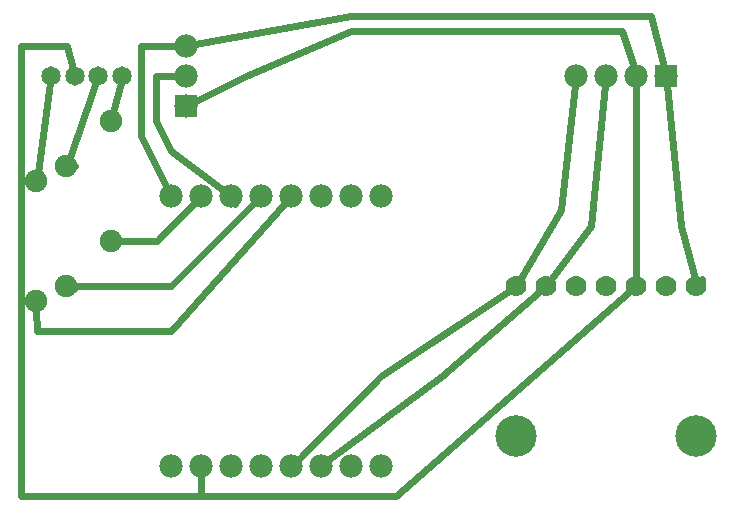
<source format=gbl>
G04 MADE WITH FRITZING*
G04 WWW.FRITZING.ORG*
G04 DOUBLE SIDED*
G04 HOLES PLATED*
G04 CONTOUR ON CENTER OF CONTOUR VECTOR*
%ASAXBY*%
%FSLAX23Y23*%
%MOIN*%
%OFA0B0*%
%SFA1.0B1.0*%
%ADD10C,0.077778*%
%ADD11C,0.138425*%
%ADD12C,0.070000*%
%ADD13C,0.078000*%
%ADD14C,0.065000*%
%ADD15C,0.075000*%
%ADD16R,0.078000X0.078000*%
%ADD17C,0.024000*%
%LNCOPPER0*%
G90*
G70*
G54D10*
X1251Y1065D03*
X1151Y1065D03*
X1051Y1065D03*
X951Y1065D03*
X851Y1065D03*
X751Y1065D03*
X651Y1065D03*
X551Y1065D03*
X551Y165D03*
X651Y165D03*
X751Y165D03*
X851Y165D03*
X951Y165D03*
X1051Y165D03*
X1151Y165D03*
X1251Y165D03*
G54D11*
X2301Y265D03*
G54D12*
X2301Y765D03*
X2201Y765D03*
X2101Y765D03*
X2001Y765D03*
X1901Y765D03*
X1801Y765D03*
X1701Y765D03*
G54D11*
X1701Y265D03*
G54D13*
X601Y1566D03*
X601Y1465D03*
X601Y1365D03*
X2201Y1465D03*
X2101Y1465D03*
X2001Y1465D03*
X1901Y1465D03*
G54D14*
X151Y1465D03*
X230Y1465D03*
X308Y1465D03*
X387Y1465D03*
G54D15*
X351Y915D03*
X351Y1315D03*
X201Y765D03*
X201Y1165D03*
X101Y1115D03*
X101Y715D03*
G54D16*
X600Y1365D03*
X2201Y1465D03*
G54D17*
X2101Y796D02*
X2101Y965D01*
D02*
X2101Y965D02*
X2101Y1435D01*
D02*
X1150Y1666D02*
X1700Y1666D01*
D02*
X631Y1571D02*
X1150Y1666D01*
D02*
X1700Y1666D02*
X2151Y1666D01*
D02*
X2151Y1666D02*
X2194Y1495D01*
D02*
X2302Y766D02*
X2320Y789D01*
D02*
X2250Y965D02*
X2302Y766D01*
D02*
X2204Y1435D02*
X2250Y965D01*
D02*
X2052Y1616D02*
X1150Y1616D01*
D02*
X1150Y1616D02*
X801Y1465D01*
D02*
X2092Y1494D02*
X2052Y1616D01*
D02*
X801Y1465D02*
X628Y1379D01*
D02*
X1300Y64D02*
X2078Y745D01*
D02*
X551Y64D02*
X1300Y64D01*
D02*
X651Y65D02*
X551Y64D01*
D02*
X651Y136D02*
X651Y65D01*
D02*
X1452Y464D02*
X1778Y745D01*
D02*
X1074Y183D02*
X1452Y464D01*
D02*
X1250Y465D02*
X1251Y464D01*
D02*
X972Y186D02*
X1250Y465D01*
D02*
X1251Y464D02*
X1675Y748D01*
D02*
X1819Y790D02*
X1950Y965D01*
D02*
X1950Y965D02*
X1998Y1435D01*
D02*
X1717Y792D02*
X1850Y1017D01*
D02*
X1850Y1017D02*
X1898Y1435D01*
D02*
X450Y1265D02*
X451Y1564D01*
D02*
X451Y1564D02*
X571Y1565D01*
D02*
X538Y1091D02*
X450Y1265D01*
D02*
X501Y1465D02*
X571Y1465D01*
D02*
X501Y1316D02*
X501Y1465D01*
D02*
X550Y1215D02*
X501Y1316D01*
D02*
X751Y1065D02*
X550Y1215D01*
D02*
X751Y1064D02*
X751Y1065D01*
D02*
X763Y1039D02*
X751Y1064D01*
D02*
X358Y1343D02*
X382Y1442D01*
D02*
X230Y1165D02*
X202Y1165D01*
D02*
X202Y1165D02*
X300Y1443D01*
D02*
X651Y65D02*
X651Y136D01*
D02*
X51Y65D02*
X651Y65D01*
D02*
X50Y1566D02*
X51Y65D01*
D02*
X202Y1566D02*
X50Y1566D01*
D02*
X223Y1488D02*
X202Y1566D01*
D02*
X102Y1117D02*
X148Y1442D01*
D02*
X114Y1141D02*
X102Y1117D01*
D02*
X551Y616D02*
X402Y616D01*
D02*
X932Y1044D02*
X551Y616D01*
D02*
X402Y616D02*
X102Y616D01*
D02*
X102Y616D02*
X101Y687D01*
D02*
X227Y753D02*
X202Y765D01*
D02*
X202Y765D02*
X402Y765D01*
D02*
X451Y765D02*
X502Y765D01*
D02*
X402Y765D02*
X451Y765D01*
D02*
X502Y765D02*
X551Y765D01*
D02*
X551Y765D02*
X830Y1045D01*
D02*
X340Y942D02*
X350Y916D01*
D02*
X502Y916D02*
X630Y1045D01*
D02*
X350Y916D02*
X502Y916D01*
G04 End of Copper0*
M02*
</source>
